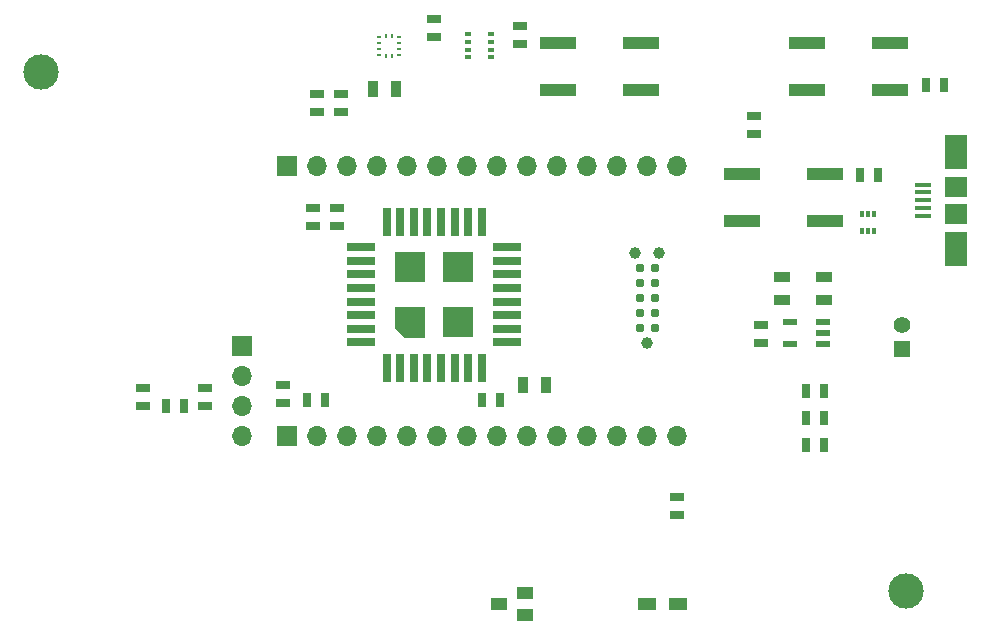
<source format=gbr>
G04 #@! TF.GenerationSoftware,KiCad,Pcbnew,(5.1.5-0-10_14)*
G04 #@! TF.CreationDate,2020-06-28T10:11:47+02:00*
G04 #@! TF.ProjectId,imcp-devkit,696d6370-2d64-4657-966b-69742e6b6963,rev?*
G04 #@! TF.SameCoordinates,Original*
G04 #@! TF.FileFunction,Soldermask,Top*
G04 #@! TF.FilePolarity,Negative*
%FSLAX46Y46*%
G04 Gerber Fmt 4.6, Leading zero omitted, Abs format (unit mm)*
G04 Created by KiCad (PCBNEW (5.1.5-0-10_14)) date 2020-06-28 10:11:47*
%MOMM*%
%LPD*%
G04 APERTURE LIST*
%ADD10R,1.700000X1.700000*%
%ADD11O,1.700000X1.700000*%
%ADD12R,3.100000X1.000000*%
%ADD13R,0.889000X1.397000*%
%ADD14R,1.143000X0.635000*%
%ADD15R,0.635000X1.143000*%
%ADD16R,1.500000X1.000000*%
%ADD17R,0.300000X0.500000*%
%ADD18R,1.400000X1.400000*%
%ADD19C,1.400000*%
%ADD20R,1.400000X0.350000*%
%ADD21R,1.900000X3.000000*%
%ADD22R,1.900000X1.800000*%
%ADD23C,0.787400*%
%ADD24C,0.990600*%
%ADD25C,3.000000*%
%ADD26R,0.750000X2.400000*%
%ADD27R,2.400000X0.750000*%
%ADD28R,2.600000X2.600000*%
%ADD29C,0.100000*%
%ADD30R,1.200000X0.500000*%
%ADD31R,0.450000X0.250000*%
%ADD32R,0.250000X0.450000*%
%ADD33R,1.399540X0.998220*%
%ADD34R,0.490000X0.450000*%
%ADD35R,1.397000X0.889000*%
G04 APERTURE END LIST*
D10*
X83820000Y-83820000D03*
D11*
X86360000Y-83820000D03*
X88900000Y-83820000D03*
X91440000Y-83820000D03*
X93980000Y-83820000D03*
X96520000Y-83820000D03*
X99060000Y-83820000D03*
X101600000Y-83820000D03*
X104140000Y-83820000D03*
X106680000Y-83820000D03*
X109220000Y-83820000D03*
X111760000Y-83820000D03*
X114300000Y-83820000D03*
X116840000Y-83820000D03*
X116840000Y-60960000D03*
X114300000Y-60960000D03*
X111760000Y-60960000D03*
X109220000Y-60960000D03*
X106680000Y-60960000D03*
X104140000Y-60960000D03*
X101600000Y-60960000D03*
X99060000Y-60960000D03*
X96520000Y-60960000D03*
X93980000Y-60960000D03*
X91440000Y-60960000D03*
X88900000Y-60960000D03*
X86360000Y-60960000D03*
D10*
X83820000Y-60960000D03*
D12*
X129357000Y-65627000D03*
X122357000Y-65627000D03*
X129357000Y-61627000D03*
X122357000Y-61627000D03*
D13*
X105727500Y-79502000D03*
X103822500Y-79502000D03*
D14*
X85979000Y-64516000D03*
X85979000Y-66040000D03*
D15*
X101854000Y-80772000D03*
X100330000Y-80772000D03*
D14*
X83439000Y-81026000D03*
X83439000Y-79502000D03*
X76835000Y-79756000D03*
X76835000Y-81280000D03*
D15*
X75057000Y-81280000D03*
X73533000Y-81280000D03*
D14*
X71628000Y-81280000D03*
X71628000Y-79756000D03*
D15*
X127762000Y-84582000D03*
X129286000Y-84582000D03*
D16*
X116916000Y-98044000D03*
X114316000Y-98044000D03*
D17*
X133469000Y-66486000D03*
X132969000Y-66486000D03*
X132469000Y-66486000D03*
X133469000Y-65086000D03*
X132469000Y-65086000D03*
X132969000Y-65086000D03*
D10*
X80010000Y-76200000D03*
D11*
X80010000Y-78740000D03*
X80010000Y-81280000D03*
X80010000Y-83820000D03*
D18*
X135890000Y-76438000D03*
D19*
X135890000Y-74438000D03*
D15*
X85471000Y-80772000D03*
X86995000Y-80772000D03*
D14*
X123952000Y-74422000D03*
X123952000Y-75946000D03*
D20*
X137612000Y-65174000D03*
X137612000Y-64524000D03*
X137612000Y-63874000D03*
X137612000Y-63224000D03*
X137612000Y-62574000D03*
D21*
X140462000Y-67974000D03*
X140462000Y-59774000D03*
D22*
X140462000Y-65024000D03*
X140462000Y-62724000D03*
D23*
X114935000Y-74676000D03*
X114935000Y-73406000D03*
X114935000Y-72136000D03*
X114935000Y-70866000D03*
X114935000Y-69596000D03*
X113665000Y-69596000D03*
X113665000Y-70866000D03*
X113665000Y-72136000D03*
X113665000Y-73406000D03*
X113665000Y-74676000D03*
D24*
X114300000Y-75946000D03*
X113284000Y-68326000D03*
X115316000Y-68326000D03*
D14*
X116840000Y-90551000D03*
X116840000Y-89027000D03*
D15*
X133858000Y-61722000D03*
X132334000Y-61722000D03*
D14*
X88011000Y-64516000D03*
X88011000Y-66040000D03*
X86360000Y-54864000D03*
X86360000Y-56388000D03*
X88392000Y-54864000D03*
X88392000Y-56388000D03*
D15*
X129286000Y-80010000D03*
X127762000Y-80010000D03*
X127762000Y-82296000D03*
X129286000Y-82296000D03*
X137922000Y-54102000D03*
X139446000Y-54102000D03*
D14*
X123317000Y-58293000D03*
X123317000Y-56769000D03*
D12*
X113736000Y-54578000D03*
X106736000Y-54578000D03*
X113736000Y-50578000D03*
X106736000Y-50578000D03*
X134818000Y-54578000D03*
X127818000Y-54578000D03*
X134818000Y-50578000D03*
X127818000Y-50578000D03*
D25*
X136240000Y-96930000D03*
X63000000Y-53000000D03*
D26*
X92241000Y-78082000D03*
X93391000Y-78082000D03*
X94541000Y-78082000D03*
X95691000Y-78082000D03*
X96841000Y-78082000D03*
X97991000Y-78082000D03*
X99141000Y-78082000D03*
X100291000Y-78082000D03*
D27*
X102466000Y-75907000D03*
X102466000Y-74757000D03*
X102466000Y-73607000D03*
X102466000Y-72457000D03*
X102466000Y-71307000D03*
X102466000Y-70157000D03*
X102466000Y-69007000D03*
X102466000Y-67857000D03*
D26*
X100291000Y-65682000D03*
X99141000Y-65682000D03*
X97991000Y-65682000D03*
X96841000Y-65682000D03*
X95691000Y-65682000D03*
X94541000Y-65682000D03*
X93391000Y-65682000D03*
X92241000Y-65682000D03*
D27*
X90066000Y-67857000D03*
X90066000Y-69007000D03*
X90066000Y-70157000D03*
X90066000Y-71307000D03*
X90066000Y-72457000D03*
X90066000Y-73607000D03*
X90066000Y-74757000D03*
X90066000Y-75907000D03*
D28*
X94216000Y-69532000D03*
X98316000Y-74232000D03*
X98316000Y-69532000D03*
D29*
G36*
X95516000Y-72932000D02*
G01*
X95516000Y-75532000D01*
X93716000Y-75532000D01*
X92916000Y-74732000D01*
X92916000Y-72932000D01*
X95516000Y-72932000D01*
G37*
D30*
X129212000Y-76084000D03*
X129212000Y-75134000D03*
X129212000Y-74184000D03*
X126362000Y-76084000D03*
X126362000Y-74184000D03*
D31*
X91606000Y-50050000D03*
X91606000Y-50550000D03*
X91606000Y-51050000D03*
X91606000Y-51550000D03*
D32*
X92206000Y-51650000D03*
X92706000Y-51650000D03*
D31*
X93306000Y-51550000D03*
X93306000Y-51050000D03*
X93306000Y-50550000D03*
X93306000Y-50050000D03*
D32*
X92706000Y-49950000D03*
X92206000Y-49950000D03*
D33*
X103969820Y-98993960D03*
X103969820Y-97094040D03*
X101770180Y-98044000D03*
D34*
X99106000Y-50475000D03*
X99106000Y-51125000D03*
X99106000Y-51775000D03*
X99106000Y-49825000D03*
X101046000Y-50475000D03*
X101046000Y-51125000D03*
X101046000Y-51775000D03*
X101046000Y-49825000D03*
D14*
X103505000Y-50673000D03*
X103505000Y-49149000D03*
X96266000Y-48514000D03*
X96266000Y-50038000D03*
D35*
X129286000Y-70421500D03*
X129286000Y-72326500D03*
X125730000Y-70421500D03*
X125730000Y-72326500D03*
D13*
X93027500Y-54483000D03*
X91122500Y-54483000D03*
M02*

</source>
